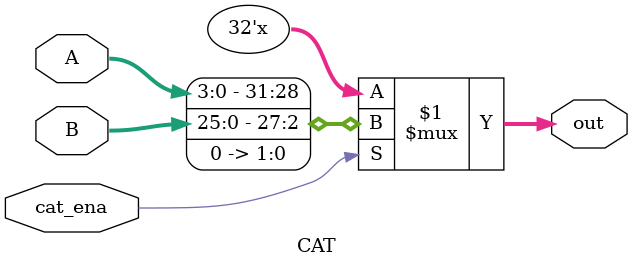
<source format=v>
`timescale 1ns / 1ps
module CAT(
  input [3:0] A,
  input [25:0] B,
  input cat_ena,
  output [31:0] out
);

assign out = cat_ena ? {A, B, 2'h0} : 32'hz;

endmodule

</source>
